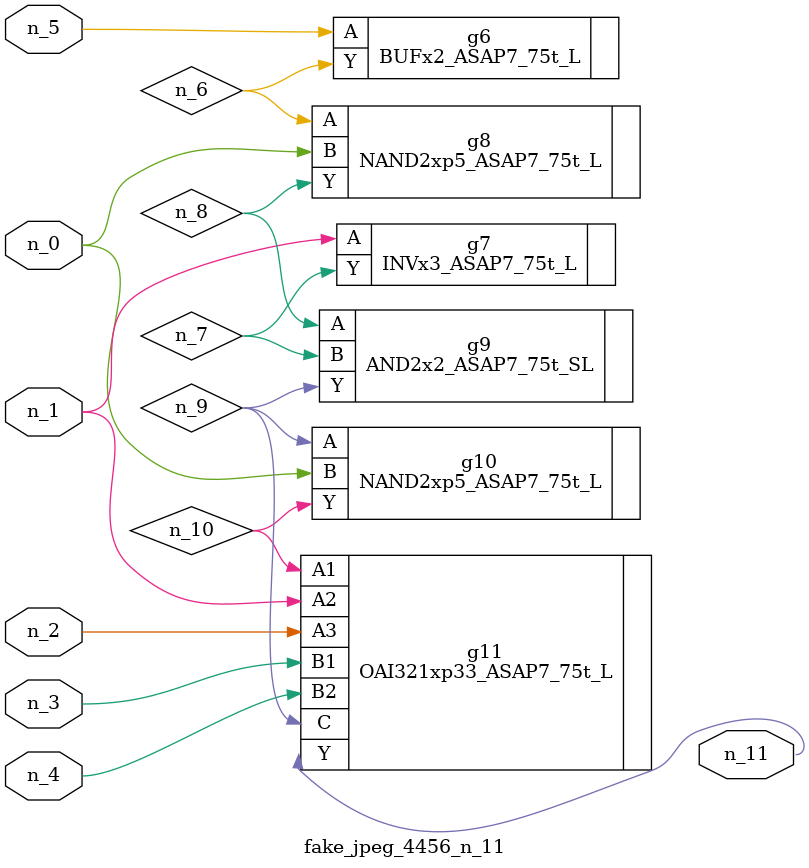
<source format=v>
module fake_jpeg_4456_n_11 (n_3, n_2, n_1, n_0, n_4, n_5, n_11);

input n_3;
input n_2;
input n_1;
input n_0;
input n_4;
input n_5;

output n_11;

wire n_10;
wire n_8;
wire n_9;
wire n_6;
wire n_7;

BUFx2_ASAP7_75t_L g6 ( 
.A(n_5),
.Y(n_6)
);

INVx3_ASAP7_75t_L g7 ( 
.A(n_1),
.Y(n_7)
);

NAND2xp5_ASAP7_75t_L g8 ( 
.A(n_6),
.B(n_0),
.Y(n_8)
);

AND2x2_ASAP7_75t_SL g9 ( 
.A(n_8),
.B(n_7),
.Y(n_9)
);

NAND2xp5_ASAP7_75t_L g10 ( 
.A(n_9),
.B(n_0),
.Y(n_10)
);

OAI321xp33_ASAP7_75t_L g11 ( 
.A1(n_10),
.A2(n_1),
.A3(n_2),
.B1(n_3),
.B2(n_4),
.C(n_9),
.Y(n_11)
);


endmodule
</source>
